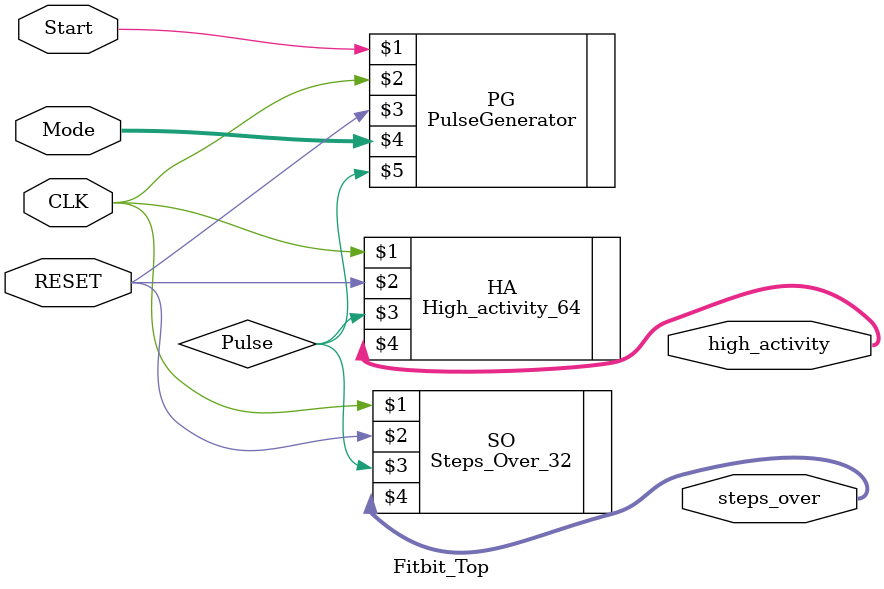
<source format=v>
module Fitbit_Top (CLK, RESET, Start,Mode, steps_over, high_activity);
input CLK,RESET,Start;
input [1:0] Mode;
wire Pulse;
output [3:0] steps_over;
output [27:0] high_activity;
PulseGenerator PG (Start, CLK, RESET, Mode, Pulse);
High_activity_64 HA (CLK, RESET, Pulse, high_activity);
Steps_Over_32 SO (CLK,RESET,Pulse,steps_over);
endmodule

</source>
